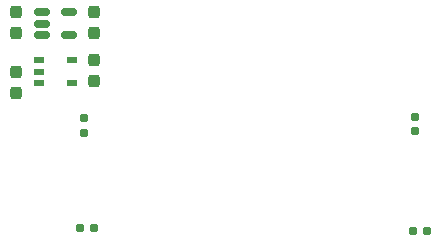
<source format=gbp>
G04 #@! TF.GenerationSoftware,KiCad,Pcbnew,7.0.7*
G04 #@! TF.CreationDate,2023-10-29T13:55:44+00:00*
G04 #@! TF.ProjectId,AD3 Front End Amplifier,41443320-4672-46f6-9e74-20456e642041,rev?*
G04 #@! TF.SameCoordinates,Original*
G04 #@! TF.FileFunction,Paste,Bot*
G04 #@! TF.FilePolarity,Positive*
%FSLAX46Y46*%
G04 Gerber Fmt 4.6, Leading zero omitted, Abs format (unit mm)*
G04 Created by KiCad (PCBNEW 7.0.7) date 2023-10-29 13:55:44*
%MOMM*%
%LPD*%
G01*
G04 APERTURE LIST*
G04 Aperture macros list*
%AMRoundRect*
0 Rectangle with rounded corners*
0 $1 Rounding radius*
0 $2 $3 $4 $5 $6 $7 $8 $9 X,Y pos of 4 corners*
0 Add a 4 corners polygon primitive as box body*
4,1,4,$2,$3,$4,$5,$6,$7,$8,$9,$2,$3,0*
0 Add four circle primitives for the rounded corners*
1,1,$1+$1,$2,$3*
1,1,$1+$1,$4,$5*
1,1,$1+$1,$6,$7*
1,1,$1+$1,$8,$9*
0 Add four rect primitives between the rounded corners*
20,1,$1+$1,$2,$3,$4,$5,0*
20,1,$1+$1,$4,$5,$6,$7,0*
20,1,$1+$1,$6,$7,$8,$9,0*
20,1,$1+$1,$8,$9,$2,$3,0*%
G04 Aperture macros list end*
%ADD10RoundRect,0.150000X-0.512500X-0.150000X0.512500X-0.150000X0.512500X0.150000X-0.512500X0.150000X0*%
%ADD11RoundRect,0.160000X-0.197500X-0.160000X0.197500X-0.160000X0.197500X0.160000X-0.197500X0.160000X0*%
%ADD12RoundRect,0.160000X-0.160000X0.197500X-0.160000X-0.197500X0.160000X-0.197500X0.160000X0.197500X0*%
%ADD13R,0.900000X0.600000*%
%ADD14RoundRect,0.237500X0.237500X-0.300000X0.237500X0.300000X-0.237500X0.300000X-0.237500X-0.300000X0*%
G04 APERTURE END LIST*
D10*
X99446500Y-128204000D03*
X99446500Y-127254000D03*
X99446500Y-126304000D03*
X101721500Y-126304000D03*
X101721500Y-128204000D03*
D11*
X130885000Y-144780000D03*
X132080000Y-144780000D03*
X102691000Y-144526000D03*
X103886000Y-144526000D03*
D12*
X131064000Y-136323000D03*
X131064000Y-135128000D03*
X103002500Y-136487500D03*
X103002500Y-135292500D03*
D13*
X99184000Y-132268000D03*
X99184000Y-131318000D03*
X99184000Y-130368000D03*
X101984000Y-130368000D03*
X101984000Y-132268000D03*
D14*
X103886000Y-132080000D03*
X103886000Y-130355000D03*
X103886000Y-128016000D03*
X103886000Y-126291000D03*
X97282000Y-128016000D03*
X97282000Y-126291000D03*
X97282000Y-133096000D03*
X97282000Y-131371000D03*
M02*

</source>
